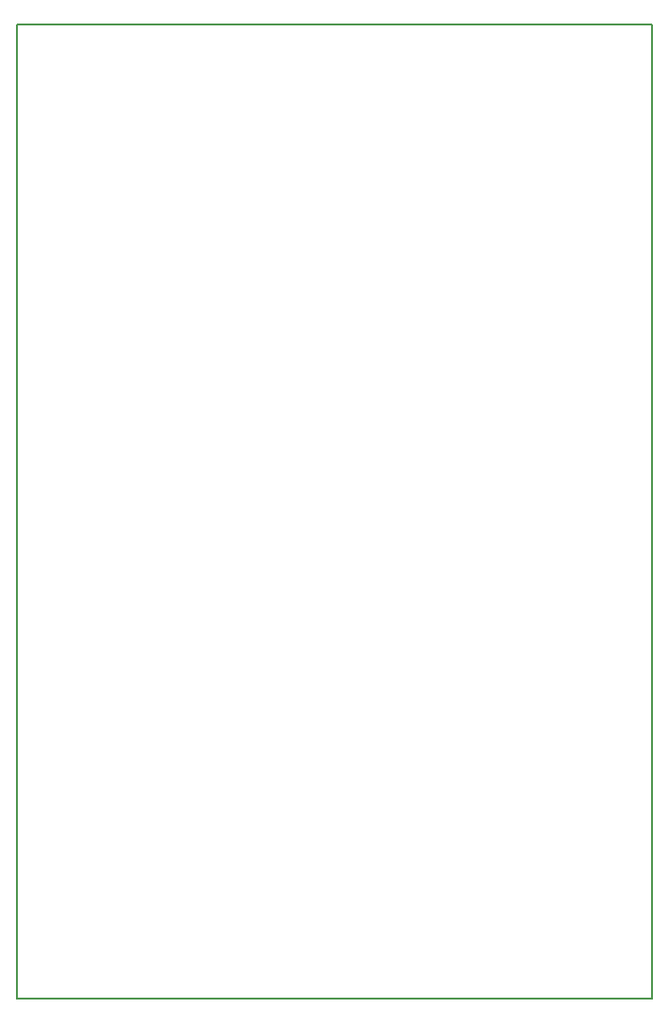
<source format=gbr>
G04 #@! TF.GenerationSoftware,KiCad,Pcbnew,(5.0.2-4-g3082e92af)*
G04 #@! TF.CreationDate,2019-02-05T21:12:24+02:00*
G04 #@! TF.ProjectId,My Piano Controller 6 (Full SMD),4d792050-6961-46e6-9f20-436f6e74726f,rev?*
G04 #@! TF.SameCoordinates,Original*
G04 #@! TF.FileFunction,Profile,NP*
%FSLAX46Y46*%
G04 Gerber Fmt 4.6, Leading zero omitted, Abs format (unit mm)*
G04 Created by KiCad (PCBNEW (5.0.2-4-g3082e92af)) date 2019 February 05, Tuesday 21:12:24*
%MOMM*%
%LPD*%
G01*
G04 APERTURE LIST*
%ADD10C,0.150000*%
G04 APERTURE END LIST*
D10*
X107950000Y-120650000D02*
X107950000Y-33020000D01*
X165100000Y-120650000D02*
X107950000Y-120650000D01*
X165100000Y-33020000D02*
X165100000Y-120650000D01*
X107950000Y-33020000D02*
X165100000Y-33020000D01*
M02*

</source>
